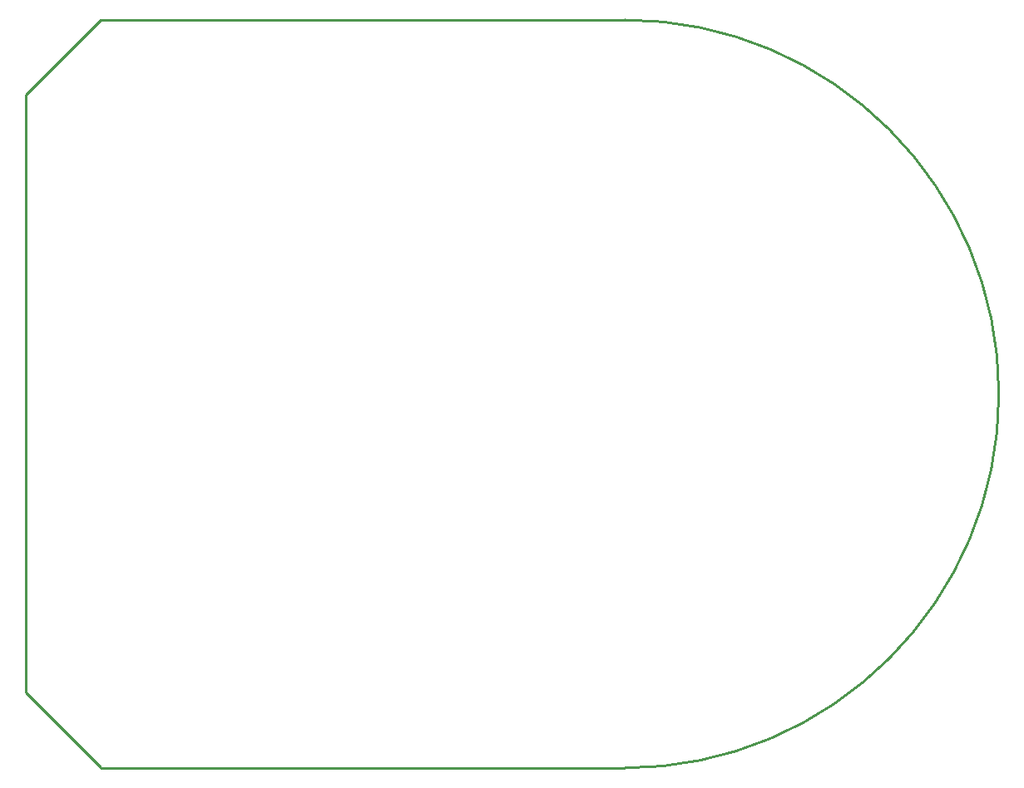
<source format=gko>
G04 Layer: BoardOutlineLayer*
G04 EasyEDA v6.5.34, 2023-08-10 19:04:03*
G04 aaf764472e2f49baad615704bd9e3d85,f0aaafa8627743d499664706fb11d6fc,10*
G04 Gerber Generator version 0.2*
G04 Scale: 100 percent, Rotated: No, Reflected: No *
G04 Dimensions in millimeters *
G04 leading zeros omitted , absolute positions ,4 integer and 5 decimal *
%FSLAX45Y45*%
%MOMM*%

%ADD10C,0.2540*%
D10*
X762571Y0D02*
G01*
X6095941Y0D01*
X0Y6855713D02*
G01*
X0Y767692D01*
X765302Y7620000D02*
G01*
X6096000Y7620000D01*
X762571Y0D02*
G01*
X762571Y5120D01*
X0Y767692D01*
X765302Y7620000D02*
G01*
X0Y6855713D01*
G75*
G01*
X6095942Y0D02*
G03*
X6096000Y7620000I29J3810000D01*

%LPD*%
M02*

</source>
